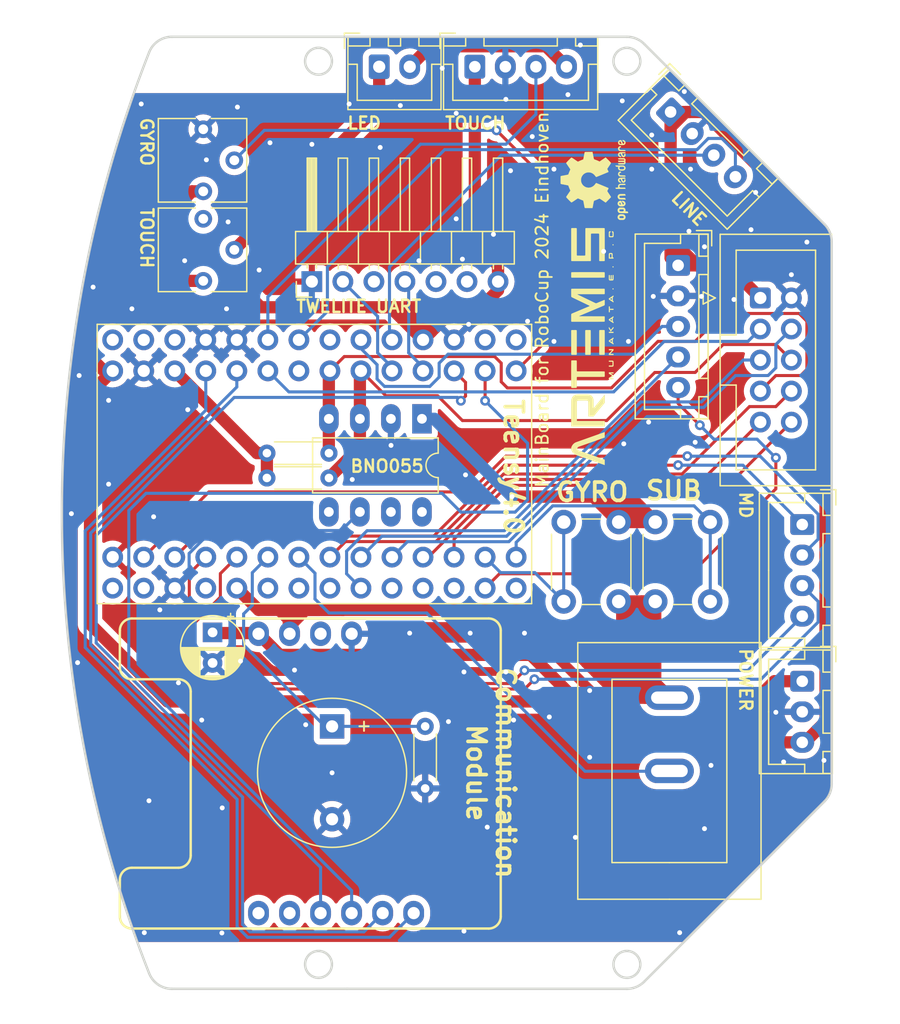
<source format=kicad_pcb>
(kicad_pcb (version 20221018) (generator pcbnew)
  (layers (0 "F.Cu" signal) (31 "B.Cu" signal) (34 "B.Paste" user) (35 "F.Paste" user) (36 "B.SilkS" user "B.Silkscreen") (37 "F.SilkS" user "F.Silkscreen") (38 "B.Mask" user) (39 "F.Mask" user) (44 "Edge.Cuts" user))
  (net 0 "")
  (net 1 "Net-(BZ1--)")
  (net 2 "GND")
  (net 3 "+12V")
  (net 4 "/TWE_TX")
  (net 6 "/TWE_RX")
  (net 9 "+3.3V")
  (net 10 "+5V")
  (net 11 "/CAM_RX")
  (net 12 "/IR_TX")
  (net 13 "/IR_RX")
  (net 14 "/SDA")
  (net 15 "/SCL")
  (net 16 "/RUN")
  (net 17 "/LEFT")
  (net 18 "/RIGHT")
  (net 19 "/TOUCH")
  (net 20 "/K")
  (net 21 "Net-(J4-Pin_1)")
  (net 23 "/LINE_TX")
  (net 24 "/LINE_RX")
  (net 25 "/SUB_RX")
  (net 26 "/SUB_TX")
  (net 27 "/SUB_1")
  (net 28 "/MD_TX")
  (net 29 "/MD_RX")
  (net 30 "/FET1")
  (net 31 "/FET2")
  (net 32 "/GY_TRIM")
  (net 33 "/GY_RES")
  (net 34 "/SUB")
  (net 35 "/Start")
  (net 42 "/Comm_TX")
  (net 43 "/Comm_RX")
  (net 45 "/01")
  (net 46 "/02")
  (footprint "_Others:DS-850k" (layer "F.Cu") (at 164.0078 108.8136 -90)
    (fp_text reference "SW3" hide)
    (fp_text value "SW_Push")
  )
  (footprint "Connector_PinHeader_2.54mm:PinHeader_1x07_P2.54mm_Horizontal" (layer "F.Cu") (at 134.742 68.764 90)
    (fp_text reference "J1" hide)
    (fp_text value "Conn_01x07_Socket")
  )
  (footprint "Connector_JST:JST_XH_B4B-XH-A_1x04_P2.50mm_Vertical" (layer "F.Cu") (at 164.104466 54.884466 -45)
    (fp_text reference "J5" hide)
    (fp_text value "Conn_01x04_Socket")
  )
  (footprint "Connector_JST:JST_XH_B2B-XH-A_1x02_P2.50mm_Vertical" (layer "F.Cu") (at 140.255 51.181)
    (fp_text reference "J4" hide)
    (fp_text value "Conn_01x02_Socket")
  )
  (footprint "Connector_JST:JST_XH_B5B-XH-A_1x05_P2.50mm_Vertical" (layer "F.Cu") (at 164.719 67.437 -90)
    (fp_text reference "J6" hide)
    (fp_text value "Conn_01x06_Socket")
  )
  (footprint "Button_Switch_THT:SW_PUSH_6mm_H5mm" (layer "F.Cu") (at 167.35 88.444 -90)
    (fp_text reference "SW2" hide)
    (fp_text value "SW_Push")
  )
  (footprint "Potentiometer_THT:Potentiometer_Vishay_T73YP_Vertical" (layer "F.Cu") (at 125.857 61.379)
    (fp_text reference "RV1" hide)
    (fp_text value "R_Potentiometer_Trim_US")
  )
  (footprint "Connector_JST:JST_XH_B4B-XH-A_1x04_P2.50mm_Vertical" (layer "F.Cu") (at 148.082 51.181)
    (fp_text reference "J3" hide)
    (fp_text value "Conn_01x04_Socket")
  )
  (footprint "Potentiometer_THT:Potentiometer_Vishay_T73YP_Vertical" (layer "F.Cu") (at 125.857 68.707)
    (fp_text reference "R3" hide)
    (fp_text value "R_Trim")
  )
  (footprint "Resistor_THT:R_Axial_DIN0204_L3.6mm_D1.6mm_P5.08mm_Horizontal" (layer "F.Cu") (at 136.144 84.836 180)
    (fp_text reference "R1" hide)
    (fp_text value "R")
  )
  (footprint "Connector_JST:JST_XH_B4B-XH-A_1x04_P2.50mm_Vertical" (layer "F.Cu") (at 174.879 88.646 -90)
    (fp_text reference "J7" hide)
    (fp_text value "Conn_01x04_Socket")
  )
  (footprint "Capacitor_THT:CP_Radial_D5.0mm_P2.50mm" (layer "F.Cu") (at 126.619 97.473888 -90)
    (fp_text reference "C1" hide)
    (fp_text value "C")
  )
  (footprint "Resistor_THT:R_Axial_DIN0204_L3.6mm_D1.6mm_P5.08mm_Horizontal" (layer "F.Cu") (at 136.144 82.804 180)
    (fp_text reference "R2" hide)
    (fp_text value "R")
  )
  (footprint "Buzzer_Beeper:Buzzer_12x9.5RM7.6" (layer "F.Cu") (at 136.398 105.166 -90)
    (fp_text reference "BZ1" hide)
    (fp_text value "Buzzer")
  )
  (footprint "Comm_module:comm_module" (layer "F.Cu") (at 148.1582 110.2868 -90)
    (fp_text reference "U2" hide)
    (fp_text value "~")
  )
  (footprint "Connector_JST:JST_XH_B3B-XH-A_1x03_P2.50mm_Vertical" (layer "F.Cu") (at 174.879 101.473 -90)
    (fp_text reference "J8" hide)
    (fp_text value "Conn_01x03_Socket")
  )
  (footprint "Resistor_THT:R_Axial_DIN0204_L3.6mm_D1.6mm_P5.08mm_Horizontal" (layer "F.Cu") (at 144.018 105.166 -90)
    (fp_text reference "R4" hide)
    (fp_text value "R")
  )
  (footprint "Symbol:OSHW-Logo2_7.3x6mm_SilkScreen" (layer "F.Cu") (at 157.861 60.452 90)
    (fp_text reference "REF**" hide)
    (fp_text value "OSHW-Logo2_7.3x6mm_SilkScreen" hide)
  )
  (footprint "Button_Switch_THT:SW_PUSH_6mm_H5mm" (layer "F.Cu") (at 155.357 94.944 90)
    (fp_text reference "SW1" hide)
    (fp_text value "SW_Push")
  )
  (footprint "Teensy_Breakout:Teensy_Brakeout" (layer "F.Cu") (at 134.493 83.693 90)
    (fp_text reference "U3" hide)
    (fp_text value "Teensy4.0" hide)
  )
  (footprint "Package_DIP:DIP-8_W7.62mm_LongPads" (layer "F.Cu") (at 143.754 79.995 -90)
    (fp_text reference "U1" hide)
    (fp_text value "BNO055")
  )
  (footprint "Artemis_Logo:Artemis_Logo" (layer "F.Cu") (at 157.226 75.438 90)
    (fp_text reference "G***" hide)
    (fp_text value "LOGO" hide)
  )
  (footprint "Connector_IDC:IDC-Header_2x05_P2.54mm_Vertical" (layer "F.Cu") (at 171.45 70.104)
    (fp_text reference "J2" hide)
    (fp_text value "Conn_01x10_Socket")
  )
  (gr_circle (center 160.528002 124.644241) (end 161.628002 124.644241) (stroke (width 0.2)) (fill none) (layer "Edge.Cuts"))
  (gr_circle (center 135.288485 50.730051) (end 136.388485 50.730051) (stroke (width 0.2)) (fill none) (layer "Edge.Cuts"))
  (gr_line (start 137.628506 126.644241) (end 160.528002 126.644241) (stroke (width 0.2)) (layer "Edge.Cuts"))
  (gr_arc (start 121.427186 49.998227) (mid 122.162352 49.077228) (end 123.288485 48.730051) (stroke (width 0.2)) (layer "Edge.Cuts"))
  (gr_arc (start 160.528 48.730051) (mid 161.293367 48.882292) (end 161.942213 49.315837) (stroke (width 0.2)) (layer "Edge.Cuts"))
  (gr_line (start 166.649376 121.351294) (end 176.6983 111.302371) (stroke (width 0.2)) (layer "Edge.Cuts"))
  (gr_circle (center 135.288485 124.644243) (end 136.388485 124.644243) (stroke (width 0.2)) (fill none) (layer "Edge.Cuts"))
  (gr_line (start 123.288485 126.644243) (end 137.628506 126.644241) (stroke (width 0.2)) (layer "Edge.Cuts"))
  (gr_line (start 177.284086 109.888157) (end 177.284086 65.486137) (stroke (width 0.2)) (layer "Edge.Cuts"))
  (gr_arc (start 177.284086 109.888157) (mid 177.131845 110.653524) (end 176.6983 111.302371) (stroke (width 0.2)) (layer "Edge.Cuts"))
  (gr_line (start 161.942215 126.058455) (end 166.649376 121.351294) (stroke (width 0.2)) (layer "Edge.Cuts"))
  (gr_line (start 137.628506 48.730053) (end 123.288485 48.730051) (stroke (width 0.2)) (layer "Edge.Cuts"))
  (gr_line (start 160.528 48.730051) (end 137.628506 48.730053) (stroke (width 0.2)) (layer "Edge.Cuts"))
  (gr_arc (start 161.942215 126.058455) (mid 161.293369 126.492) (end 160.528002 126.644241) (stroke (width 0.2)) (layer "Edge.Cuts"))
  (gr_arc (start 121.427186 125.376067) (mid 114.284086 87.687147) (end 121.427186 49.998227) (stroke (width 0.2)) (layer "Edge.Cuts"))
  (gr_arc (start 176.6983 64.071923) (mid 177.131845 64.72077) (end 177.284086 65.486137) (stroke (width 0.2)) (layer "Edge.Cuts"))
  (gr_arc (start 123.288485 126.644243) (mid 122.162352 126.297066) (end 121.427186 125.376067) (stroke (width 0.2)) (layer "Edge.Cuts"))
  (gr_line (start 176.6983 64.071923) (end 161.942213 49.315837) (stroke (width 0.2)) (layer "Edge.Cuts"))
  (gr_circle (center 160.528 50.730051) (end 161.628 50.730051) (stroke (width 0.2)) (fill none) (layer "Edge.Cuts"))
  (gr_text "LINE" (at 163.957 61.976 -45) (layer "F.SilkS") (effects (font (size 1 1) (thickness 0.2) bold) (justify left bottom)))
  (gr_text "TOUCH" (at 120.65 62.611 -90) (layer "F.SilkS") (effects (font (size 1 1) (thickness 0.2) bold) (justify left bottom)))
  (gr_text "POWER" (at 169.672 98.679 -90) (layer "F.SilkS") (effects (font (size 1 1) (thickness 0.2) bold) (justify left bottom)))
  (gr_text "GYRO" (at 120.65 55.245 -90) (layer "F.SilkS") (effects (font (size 1 1) (thickness 0.2) bold) (justify left bottom)))
  (gr_text "BNO055" (at 137.795 84.455) (layer "F.SilkS") (effects (font (size 1 1) (thickness 0.2) bold) (justify left bottom)))
  (gr_text "Teensy4.0" (at 150.368 78.232 270) (layer "F.SilkS") (effects (font (size 1.5 1.5) (thickness 0.3) bold) (justify left bottom)))
  (gr_text "TOUCH\n" (at 145.542 56.388) (layer "F.SilkS") (effects (font (size 1 1) (thickness 0.2) bold) (justify left bottom)))
  (gr_text "LED" (at 137.541 56.388) (layer "F.SilkS") (effects (font (size 1 1) (thickness 0.2) bold) (justify left bottom)))
  (gr_text "MD" (at 169.672 85.852 -90) (layer "F.SilkS") (effects (font (size 1 1) (thickness 0.2) bold) (justify left bottom)))
  (gr_text "GYRO" (at 154.559 86.868) (layer "F.SilkS") (effects (font (size 1.5 1.5) (thickness 0.3) bold) (justify left bottom)))
  (gr_text "Communication\nModule" (at 147.32 108.966 270) (layer "F.SilkS") (effects (font (size 1.5 1.5) (thickness 0.3) bold) (justify bottom)))
  (gr_text "TWELITE UART" (at 133.35 71.374) (layer "F.SilkS") (effects (font (size 1 1) (thickness 0.2) bold) (justify left bottom)))
  (gr_text "SUB" (at 161.925 86.741) (layer "F.SilkS") (effects (font (size 1.5 1.5) (thickness 0.3) bold) (justify left bottom)))
  (gr_text "MainBoard for RoboCup 2024 Eindhoven" (at 154.178 85.725 90) (layer "F.SilkS") (effects (font (size 1 1)) (justify left bottom)))
  (segment (start 129.159 95.9612) (end 129.8702 95.25) (width 0.25) (layer "B.Cu") (net 1))
  (segment (start 144.018 105.166) (end 136.398 105.166) (width 0.25) (layer "B.Cu") (net 1))
  (segment (start 136.398 105.166) (end 135.8238 105.166) (width 0.25) (layer "B.Cu") (net 1))
  (segment (start 129.8702 92.5858) (end 131.143 91.313) (width 0.25) (layer "B.Cu") (net 1))
  (segment (start 129.8702 95.25) (end 129.8702 92.5858) (width 0.25) (layer "B.Cu") (net 1))
  (segment (start 135.8238 105.166) (end 129.159 98.5012) (width 0.25) (layer "B.Cu") (net 1))
  (segment (start 129.159 98.5012) (end 129.159 95.9612) (width 0.25) (layer "B.Cu") (net 1))
  (via (at 141.986 54.356) (size 0.8) (drill 0.4) (layers "F.Cu" "B.Cu") (net 2))
  (via (at 162.306 80.264) (size 0.8) (drill 0.4) (layers "F.Cu" "B.Cu") (net 2))
  (via (at 156.718 49.403) (size 0.8) (drill 0.4) (layers "F.Cu" "B.Cu") (net 2))
  (via (at 147.066 66.929) (size 0.8) (drill 0.4) (layers "F.Cu" "B.Cu") (net 2))
  (via (at 164.846 122.047) (size 0.8) (drill 0.4) (layers "F.Cu" "B.Cu") (net 2))
  (via (at 150.622 53.848) (size 0.8) (drill 0.4) (layers "F.Cu" "B.Cu") (net 2))
  (via (at 165.227 53.213) (size 0.8) (drill 0.4) (layers "F.Cu" "B.Cu") (net 2))
  (via (at 154.559 59.563) (size 0.8) (drill 0.4) (layers "F.Cu" "B.Cu") (net 2))
  (via (at 143.51 67.056) (size 0.8) (drill 0.4) (layers "F.Cu" "B.Cu") (net 2))
  (via (at 128.905 99.822) (size 0.8) (drill 0.4) (layers "F.Cu" "B.Cu") (net 2))
  (via (at 169.291 70.231) (size 0.8) (drill 0.4) (layers "F.Cu" "B.Cu") (net 2))
  (via (at 124.333 67.056) (size 0.8) (drill 0.4) (layers "F.Cu" "B.Cu") (net 2))
  (via (at 151.003 59.69) (size 0.8) (drill 0.4) (layers "F.Cu" "B.Cu") (net 2))
  (via (at 167.4114 108.3564) (size 0.8) (drill 0.4) (layers "F.Cu" "B.Cu") (net 2))
  (via (at 128.651 54.483) (size 0.8) (drill 0.4) (layers "F.Cu" "B.Cu") (net 2))
  (via (at 127.889 63.881) (size 0.8) (drill 0.4) (layers "F.Cu" "B.Cu") (net 2))
  (via (at 118.11 78.486) (size 0.8) (drill 0.4) (layers "F.Cu" "B.Cu") (net 2))
  (via (at 166.624 69.977) (size 0.8) (drill 0.4) (layers "F.Cu" "B.Cu") (net 2))
  (via (at 146.558 54.991) (size 0.8) (drill 0.4) (layers "F.Cu" "B.Cu") (net 2))
  (via (at 154.178 104.394) (size 0.8) (drill 0.4) (layers "F.Cu" "B.Cu") (net 2))
  (via (at 133.3246 100.5586) (size 0.8) (drill 0.4) (layers "F.Cu" "B.Cu") (net 2))
  (via (at 160.274 82.042) (size 0.8) (drill 0.4) (layers "F.Cu" "B.Cu") (net 2))
  (via (at 130.429 67.818) (size 0.8) (drill 0.4) (layers "F.Cu" "B.Cu") (net 2))
  (via (at 121.412 111.252) (size 0.8) (drill 0.4) (layers "F.Cu" "B.Cu") (net 2))
  (via (at 172.72 104.013) (size 0.8) (drill 0.4) (layers "F.Cu" "B.Cu") (net 2))
  (via (at 115.697 76.454) (size 0.8) (drill 0.4) (layers "F.Cu" "B.Cu") (net 2))
  (via (at 118.11 85.344) (size 0.8) (drill 0.4) (layers "F.Cu" "B.Cu") (net 2))
  (via (at 142.748 97.536) (size 0.8) (drill 0.4) (layers "F.Cu" "B.Cu") (net 2))
  (via (at 147.701 97.536) (size 0.8) (drill 0.4) (layers "F.Cu" "B.Cu") (net 2))
  (via (at 121.793 88.011) (size 0.8) (drill 0.4) (layers "F.Cu" "B.Cu") (net 2))
  (via (at 145.923 104.775) (size 0.8) (drill 0.4) (layers "F.Cu" "B.Cu") (net 2))
  (via (at 137.795 54.229) (size 0.8) (drill 0.4) (layers "F.Cu" "B.Cu") (net 2))
  (via (at 154.559 73.66) (size 0.8) (drill 0.4) (layers "F.Cu" "B.Cu") (net 2))
  (via (at 140.335 57.785) (size 0.8) (drill 0.4) (layers "F.Cu" "B.Cu") (net 2))
  (via (at 145.415 51.308) (size 0.8) (drill 0.4) (layers "F.Cu" "B.Cu") (net 2))
  (via (at 127.4064 111.8362) (size 0.8) (drill 0.4) (layers "F.Cu" "B.Cu") (net 2))
  (via (at 162.687 69.977) (size 0.8) (drill 0.4) (layers "F.Cu" "B.Cu") (net 2))
  (via (at 125.73 104.648) (size 0.8) (drill 0.4) (layers "F.Cu" "B.Cu") (net 2))
  (via (at 170.688 64.516) (size 0.8) (drill 0.4) (layers "F.Cu" "B.Cu") (net 2))
  (via (at 127.381 122.0724) (size 0.8) (drill 0.4) (layers "F.Cu" "B.Cu") (net 2))
  (via (at 123.825 101.6) (size 0.8) (drill 0.4) (layers "F.Cu" "B.Cu") (net 2))
  (via (at 131.318 57.404) (size 0.8) (drill 0.4) (layers "F.Cu" "B.Cu") (net 2))
  (via (at 127.762 70.993) (size 0.8) (drill 0.4) (layers "F.Cu" "B.Cu") (net 2))
  (via (at 147.32 84.582) (size 0.8) (drill 0.4) (layers "F.Cu" "B.Cu") (net 2))
  (via (at 173.355 108.077) (size 0.8) (drill 0.4) (layers "F.Cu" "B.Cu") (net 2))
  (via (at 171.069 61.468) (size 0.8) (drill 0.4) (layers "F.Cu" "B.Cu") (net 2))
  (via (at 121.031 122.047) (size 0.8) (drill 0.4) (layers "F.Cu" "B.Cu") (net 2))
  (via (at 152.781 56.896) (size 0.8) (drill 0.4) (layers "F.Cu" "B.Cu") (net 2))
  (via (at 149.606 64.897) (size 0.8) (drill 0.4) (layers "F.Cu" "B.Cu") (net 2))
  (via (at 146.558 63.627) (size 0.8) (drill 0.4) (layers "F.Cu" "B.Cu") (net 2))
  (via (at 136.398 108.966) (size 0.8) (drill 0.4) (layers "F.Cu" "B.Cu") (net 2))
  (via (at 120.015 70.993) (size 0.8) (drill 0.4) (layers "F.Cu" "B.Cu") (net 2))
  (via (at 124.587 79.248) (size 0.8) (drill 0.4) (layers "F.Cu" "B.Cu") (net 2))
  (via (at 160.655 73.66) (size 0.8) (drill 0.4) (layers "F.Cu" "B.Cu") (net 2))
  (via (at 156.3116 114.2492) (size 0.8) (drill 0.4) (layers "F.Cu" "B.Cu") (net 2))
  (via (at 147.193 121.92) (size 0.8) (drill 0.4) (layers "F.Cu" "B.Cu") (net 2))
  (via (at 151.257 104.648) (size 0.8) (drill 0.4) (layers "F.Cu" "B.Cu") (net 2))
  (via (at 115.062 87.757) (size 0.8) (drill 0.4) (layers "F.Cu" "B.Cu") (net 2))
  (via (at 134.239 105.029) (size 0.8) (drill 0.4) (layers "F.Cu" "B.Cu") (net 2))
  (via (at 126.111 58.801) (size 0.8) (drill 0.4) (layers "F.Cu" "B.Cu") (net 2))
  (via (at 149.098 113.411) (size 0.8) (drill 0.4) (layers "F.Cu" "B.Cu") (net 2))
  (via (at 115.57 99.949) (size 0.8) (drill 0.4) (layers "F.Cu" "B.Cu") (net 2))
  (via (at 160.147 53.975) (size 0.8) (drill 0.4) (layers "F.Cu" "B.Cu") (net 2))
  (via (at 175.26 65.532) (size 0.8) (drill 0.4) (layers "F.Cu" "B.Cu") (net 2))
  (via (at 162.56 59.563) (size 0.8) (drill 0.4) (layers "F.Cu" "B.Cu") (net 2))
  (via (at 162.56 56.769) (size 0.8) (drill 0.4) (layers "F.Cu" "B.Cu") (net 2))
  (via (at 166.878 65.913) (size 0.8) (drill 0.4) (layers "F.Cu" "B.Cu") (net 2))
  (via (at 165.735 59.563) (size 0.8) (drill 0.4) (layers "F.Cu" "B.Cu") (net 2))
  (via (at 152.146 97.536) (size 0.8) (drill 0.4) (layers "F.Cu" "B.Cu") (net 2))
  (via (at 166.878 113.538) (size 0.8) (drill 0.4) (layers "F.Cu" "B.Cu") (net 2))
  (via (at 147.574 72.263) (size 0.8) (drill 0.4) (layers "F.Cu" "B.Cu") (net 2))
  (via (at 116.84 69.215) (size 0.8) (drill 0.4) (layers "F.Cu" "B.Cu") (net 2))
  (via (at 147.193 100.711) (size 0.8) (drill 0.4) (layers "F.Cu" "B.Cu") (net 2))
  (via (at 173.99 68.199) (size 0.8) (drill 0.4) (layers "F.Cu" "B.Cu") (net 2))
  (via (at 150.622 100.711) (size 0.8) (drill 0.4) (layers "F.Cu" "B.Cu") (net 2))
  (via (at 141.224 82.169) (size 0.8) (drill 0.4) (layers "F.Cu" "B.Cu") (net 2))
  (via (at 157.48 102.235) (size 0.8) (drill 0.4) (layers "F.Cu" "B.Cu") (net 2))
  (via (at 120.777 54.229) (size 0.8) (drill 0.4) (layers "F.Cu" "B.Cu") (net 2))
  (via (at 152.4 72.009) (size 0.8) (drill 0.4) (layers "F.Cu" "B.Cu") (net 2))
  (via (at 165.608 64.643) (size 0.8) (drill 0.4) (layers "F.Cu" "B.Cu") (net 2))
  (via (at 155.702 53.467) (size 0.8) (drill 0.4) (layers "F.Cu" "B.Cu") (net 2))
  (via (at 176.657 107.95) (size 0.8) (drill 0.4) (layers "F.Cu" "B.Cu") (net 2))
  (via (at 134.747 57.531) (size 0.8) (drill 0.4) (layers "F.Cu" "B.Cu") (net 2))
  (via (at 122.301 95.631) (size 0.8) (drill 0.4) (layers "F.Cu" "B.Cu") (net 2))
  (via (at 138.049 84.963) (size 0.8) (drill 0.4) (layers "F.Cu" "B.Cu") (net 2))
  (via (at 157.48 107.696) (size 0.8) (drill 0.4) (layers "F.Cu" "B.Cu") (net 2))
  (via (at 158.623 66.294) (size 0.8) (drill 0.4) (layers "F.Cu" "B.Cu") (net 2))
  (via (at 166.116 81.915) (size 0.8) (drill 0.4) (layers "F.Cu" "B.Cu") (net 2))
  (segment (start 124.698 92.678) (end 123.523 93.853) (width 0.25) (layer "B.Cu") (net 2))
  (segment (start 138.674 87.615) (end 137.149 89.14) (width 0.25) (layer "B.Cu") (net 2))
  (segment (start 126.574299 89.14) (end 124.698 91.016299) (width 0.25) (layer "B.Cu") (net 2))
  (segment (start 124.698 91.016299) (end 124.698 92.678) (width 0.25) (layer "B.Cu") (net 2))
  (segment (start 137.149 89.14) (end 126.574299 89.14) (width 0.25) (layer "B.Cu") (net 2))
  (segment (start 130.3782 97.5868) (end 130.3204 97.529) (width 1) (layer "F.Cu") (net 3))
  (segment (start 126.674112 97.529) (end 126.619 97.473888) (width 1) (layer "F.Cu") (net 3))
  (segment (start 168.793 105.273) (end 158.613 105.273) (width 1) (layer "F.Cu") (net 3))
  (segment (start 130.3204 97.529) (end 126.674112 97.529) (width 1) (layer "F.Cu") (net 3))
  (segment (start 158.613 105.273) (end 152.654 99.314) (width 1) (layer "F.Cu") (net 3))
  (segment (start 132.1054 99.314) (end 130.3782 97.5868) (width 1) (layer "F.Cu") (net 3))
  (segment (start 152.654 99.314) (end 132.1054 99.314) (width 1) (layer "F.Cu") (net 3))
  (segment (start 172.593 101.473) (end 168.793 105.273) (width 1) (layer "F.Cu") (net 3))
  (segment (start 174.879 101.473) (end 172.593 101.473) (width 1) (layer "F.Cu") (net 3))
  (segment (start 137.282 68.764) (end 140.128 71.61) (width 0.25) (layer "B.Cu") (net 4))
  (segment (start 140.128 71.61) (end 140.128 74.596) (width 0.25) (layer "B.Cu") (net 4))
  (segment (start 140.128 74.596) (end 141.303 75.771) (width 0.25) (layer "B.Cu") (net 4))
  (segment (start 141.303 75.771) (end 141.303 76.073) (width 0.25) (layer "B.Cu") (net 4))
  (segment (start 142.362 68.764) (end 142.668 69.07) (width 0.25) (layer "B.Cu") (net 6))
  (segment (start 142.668 74.596) (end 143.843 75.771) (width 0.25) (layer "B.Cu") (net 6))
  (segment (start 142.668 69.07) (end 142.668 74.596) (width 0.25) (layer "B.Cu") (net 6))
  (segment (start 143.843 75.771) (end 143.843 76.073) (width 0.25) (layer "B.Cu") (net 6))
  (segment (start 142.621 71.12) (end 142.621 70.866) (width 1) (layer "F.Cu") (net 9))
  (segment (start 149.982 67.432) (end 149.982 68.764) (width 1) (layer "F.Cu") (net 9))
  (segment (start 143.843 73.533) (end 141.176 70.866) (width 1) (layer "F.Cu") (net 9))
  (segment (start 143.383 70.866) (end 144.526 70.866) (width 1) (layer "F.Cu") (net 9))
  (segment (start 162.85 94.944) (end 162.052 95.742) (width 1) (layer "F.Cu") (net 9))
  (segment (start 159.385 100.965) (end 160.147 100.965) (width 1) (layer "F.Cu") (net 9))
  (segment (start 149.982 68.764) (end 149.982 69.474) (width 1) (layer "F.Cu") (net 9))
  (segment (start 160.147 97.647) (end 160.147 96.504) (width 1) (layer "F.Cu") (net 9))
  (segment (start 157.2415 99.9335) (end 158.0035 100.6955) (width 1) (layer "F.Cu") (net 9))
  (segment (start 160.147 98.9528) (end 160.147 98.933) (width 1) (layer "F.Cu") (net 9))
  (segment (start 162.85 88.444) (end 160.766 86.36) (width 1) (layer "F.Cu") (net 9))
  (segment (start 158.0035 100.6955) (end 160.1216 102.8136) (width 1) (layer "F.Cu") (net 9))
  (segment (start 162.85 88.444) (end 161.29 88.444) (width 1) (layer "F.Cu") (net 9))
  (segment (start 162.85 94.944) (end 160.147 97.647) (width 1) (layer "F.Cu") (net 9))
  (segment (start 162.85 94.944) (end 162.85 101.6558) (width 1) (layer "F.Cu") (net 9))
  (segment (start 135.255 95.631) (end 137.287 95.631) (width 1) (layer "F.Cu") (net 9))
  (segment (start 160.1216 102.8136) (end 164.0078 102.8136) (width 1) (layer "F.Cu") (net 9))
  (segment (start 160.147 96.504) (end 161.707 94.944) (width 1) (layer "F.Cu") (net 9))
  (segment (start 147.193 70.866) (end 146.51 70.866) (width 1) (layer "F.Cu") (net 9))
  (segment (start 144.526 71.628) (end 145.288 70.866) (width 1) (layer "F.Cu") (net 9))
  (segment (start 133.1468 96.6978) (end 134.2136 95.631) (width 1) (layer "F.Cu") (net 9))
  (segment (start 160.746 87.884) (end 159.857 86.995) (width 1) (layer "F.Cu") (net 9))
  (segment (start 147.701 70.866) (end 147.193 70.866) (width 1) (layer "F.Cu") (net 9))
  (segment (start 132.08 95.631) (end 134.366 95.631) (width 1) (layer "F.Cu") (net 9))
  (segment (start 133.1468 96.6978) (end 133.1468 97.3582) (width 1) (layer "F.Cu") (net 9))
  (segment (start 160.147 100.965) (end 160.147 100.33) (width 1) (layer "F.Cu") (net 9))
  (segment (start 162.85 94.944) (end 159.857 94.944) (width 1) (layer "F.Cu") (net 9))
  (segment (start 132.8547 96.4057) (end 133.6294 95.631) (width 1) (layer "F.Cu") (net 9))
  (segment (start 148.082 65.532) (end 149.982 67.432) (width 1) (layer "F.Cu") (net 9))
  (segment (start 160.9725 99.2505) (end 161.084 99.362) (width 1) (layer "F.Cu") (net 9))
  (segment (start 132.08 95.631) (end 133.1468 96.6978) (width 1) (layer "F.Cu") (net 9))
  (segment (start 142.621 70.866) (end 143.383 70.866) (width 1) (layer "F.Cu") (net 9))
  (segment (start 159.131 86.36) (end 158.907006 86.36) (width 1) (layer "F.Cu") (net 9))
  (segment (start 161.6174 101.3686) (end 161.084 101.902) (width 1) (layer "F.Cu") (net 9))
  (segment (start 159.857 86.481006) (end 159.735994 86.36) (width 1) (layer "F.Cu") (net 9))
  (segment (start 162.052 98.171) (end 162.052 100.934) (width 1) (layer "F.Cu") (net 9))
  (segment (start 161.401 86.995) (end 159.857 86.995) (width 1) (layer "F.Cu") (net 9))
  (segment (start 161.2336 102.8136) (end 159.385 100.965) (width 1) (layer "F.Cu") (net 9))
  (segment (start 159.857 88.444) (end 159.857 86.995) (width 1) (layer "F.Cu") (net 9))
  (segment (start 160.766 86.36) (end 151.13 86.36) (width 1) (layer "F.Cu") (net 9))
  (segment (start 160.147 98.679) (end 160.147 95.234) (width 1) (layer "F.Cu") (net 9))
  (segment (start 145.034 70.866) (end 147.701 70.866) (width 1) (layer "F.Cu") (net 9))
  (segment (start 152.939 95.631) (end 157.2415 99.9335) (width 1) (layer "F.Cu") (net 9))
  (segment (start 123.825 62.484) (end 123.825 64.135) (width 1) (layer "F.Cu") (net 9))
  (segment (start 134.2136 95.631) (end 135.255 95.631) (width 1) (layer "F.Cu") (net 9))
  (segment (start 164.0078 102.8136) (end 161.2336 102.8136) (width 1) (layer "F.Cu") (net 9))
  (segment (start 130.254 82.804) (end 131.064 82.804) (width 1) (layer "F.Cu") (net 9))
  (segment (start 164.0078 102.8136) (end 160.147 98.9528) (width 1) (layer "F.Cu") (net 9))
  (segment (start 132.9182 97.5868) (end 132.9182 96.9264) (width 1) (layer "F.Cu") (net 9))
  (segment (start 161.29 88.444) (end 159.857 88.444) (width 1) (layer "F.Cu") (net 9))
  (segment (start 133.1468 97.3582) (end 132.9182 97.5868) (width 1) (layer "F.Cu") (net 9))
  (segment (start 131.064 84.836) (end 131.064 82.804) (width 1) (layer "F.Cu") (net 9))
  (segment (start 158.273 100.965) (end 159.385 100.965) (width 1) (layer "F.Cu") (net 9))
  (segment (start 160.147 100.33) (end 160.147 98.679) (width 1) (layer "F.Cu") (net 9))
  (segment (start 159.857 87.086) (end 159.131 86.36) (width 1) (layer "F.Cu") (net 9))
  (segment (start 160.9725 99.7783) (end 160.9725 99.2505) (width 1) (layer "F.Cu") (net 9))
  (segment (start 163.0624 102.8136) (end 161.6174 101.3686) (width 1) (layer "F.Cu") (net 9))
  (segment (start 162.85 88.444) (end 161.401 86.995) (width 1) (layer "F.Cu") (net 9))
  (segment (start 151.13 86.36) (end 157.773 86.36) (width 1) (layer "F.Cu") (net 9))
  (segment (start 134.366 95.631) (end 135.255 95.631) (width 1) (layer "F.Cu") (net 9))
  (segment (start 160.887006 86.481006) (end 159.857 86.481006) (width 1) (layer "F.Cu") (net 9))
  (segment (start 143.843 73.533) (end 143.843 72.342) (width 1) (layer "F.Cu") (net 9))
  (segment (start 134.2136 95.631) (end 137.287 95.631) (width 1) (layer "F.Cu") (net 9))
  (segment (start 157.2415 99.9335) (end 157.638 100.33) (width 1) (layer "F.Cu") (net 9))
  (segment (start 157.773 86.36) (end 159.857 88.444) (width 1) (layer "F.Cu") (net 9))
  (segment (start 162.85 94.944) (end 162.85 94.651) (width 1) (layer "F.Cu") (net 9))
  (segment (start 162.85 94.944) (end 162.85 100.136) (width 1) (layer "F.Cu") (net 9))
  (segment (start 124.93 61.379) (end 123.825 62.484) (width 1) (layer "F.Cu") (net 9))
  (segment (start 143.843 73.533) (end 143.843 71.549) (width 1) (layer "F.Cu") (net 9))
  (segment (start 144.526 70.866) (end 145.034 70.866) (width 1) (layer "F.Cu") (net 9))
  (segment (start 137.287 95.631) (end 152.939 95.631) (width 1) (layer "F.Cu") (net 9))
  (segment (start 164.0078 102.8136) (end 163.0624 102.8136) (width 1) (layer "F.Cu") (net 9))
  (segment (start 143.843 73.533) (end 143.843 71.326) (width 1) (layer "F.Cu") (net 9))
  (segment (start 159.857 88.444) (end 159.857 87.086) (width 1) (layer "F.Cu") (net 9))
  (segment (start 141.176 70.866) (end 140.335 70.866) (width 1) (layer "F.Cu") (net 9))
  (segment (start 146.51 70.866) (end 143.843 73.533) (width 1) (layer "F.Cu") (net 9))
  (segment (start 148.59 70.866) (end 147.701 70.866) (width 1) (layer "F.Cu") (net 9))
  (segment (start 162.85 94.944) (end 161.707 94.944) (width 1) (layer "F.Cu") (net 9))
  (segment (start 162.29 87.884) (end 160.746 87.884) (width 1) (layer "F.Cu") (net 9))
  (segment (start 162.052 100.934) (end 161.6174 101.3686) (width 1) (layer "F.Cu") (net 9))
  (segment (start 123.825 64.135) (end 130.556 70.866) (width 1) (layer "F.Cu") (net 9))
  (segment (start 133.6294 95.631) (end 134.366 95.631) (width 1) (layer "F.Cu") (net 9))
  (segment (start 158.907006 86.36) (end 157.773 86.36) (width 1) (layer "F.Cu") (net 9))
  (segment (start 149.982 69.474) (end 148.59 70.866) (width 1) (layer "F.Cu") (net 9))
  (segment (start 157.2415 99.9335) (end 158.8925 99.9335) (width 1) (layer "F.Cu") (net 9))
  (segment (start 161.084 101.902) (end 161.9956 102.8136) (width 1) (layer "F.Cu") (net 9))
  (segment (start 159.735994 86.36) (end 158.907006 86.36) (width 1) (layer "F.Cu") (net 9))
  (segment (start 161.084 99.362) (end 161.084 101.902) (width 1) (layer "F.Cu") (net 9))
  (segment (start 160.147 97.647) (end 160.147 98.679) (width 1) (layer "F.Cu") (net 9))
  (segment (start 132.9182 96.9264) (end 134.2136 95.631) (width 1) (layer "F.Cu") (net 9))
  (segment (start 164.0078 102.8136) (end 160.9725 99.7783) (width 1) (layer "F.Cu") (net 9))
  (segment (start 162.052 97.028) (end 162.052 98.171) (width 1) (layer "F.Cu") (net 9))
  (segment (start 159.857 86.995) (end 159.857 86.481006) (width 1) (layer "F.Cu") (net 9))
  (segment (start 157.638 100.33) (end 160.147 100.33) (width 1) (layer "F.Cu") (net 9))
  (segment (start 164.0078 102.8136) (end 162.1592 100.965) (width 1) (layer "F.Cu") (net 9))
  (segment (start 130.556 70.866) (end 140.335 70.866) (width 1) (layer "F.Cu") (net 9))
  (segment (start 125.857 61.379) (end 124.93 61.379) (width 1) (layer "F.Cu") (net 9))
  (segment (start 140.335 70.866) (end 142.621 70.866) (width 1) (layer "F.Cu") (net 9))
  (segment (start 132.8547 97.5233) (end 132.8547 96.4057) (width 1) (layer "F.Cu") (net 9))
  (segment (start 143.843 72.342) (end 142.621 71.12) (width 1) (layer "F.Cu") (net 9))
  (segment (start 158.8925 99.9335) (end 160.147 98.679) (width 1) (layer "F.Cu") (net 9))
  (segment (start 128.603 93.853) (end 130.381 95.631) (width 1) (layer "F.Cu") (net 9))
  (segment (start 148.082 51.181) (end 148.082 65.532) (width 1) (layer "F.Cu") (net 9))
  (segment (start 130.381 95.631) (end 132.08 95.631) (width 1) (layer "F.Cu") (net 9))
  (segment (start 143.843 73.533) (end 144.526 72.85) (width 1) (layer "F.Cu") (net 9))
  (segment (start 162.1592 100.965) (end 160.147 100.965) (width 1) (layer "F.Cu") (net 9))
  (segment (start 162.85 100.136) (end 161.084 101.902) (width 1) (layer "F.Cu") (net 9))
  (segment (start 162.052 95.742) (end 162.052 97.028) (width 1) (layer "F.Cu") (net 9))
  (segment (start 162.85 88.444) (end 162.29 87.884) (width 1) (layer "F.Cu") (net 9))
  (segment (start 162.85 101.6558) (end 164.0078 102.8136) (width 1) (layer "F.Cu") (net 9))
  (segment (start 160.147 95.234) (end 159.857 94.944) (width 1) (layer "F.Cu") (net 9))
  (segment (start 132.9182 97.5868) (end 132.8547 97.5233) (width 1) (layer "F.Cu") (net 9))
  (segment (start 144.526 72.85) (end 144.526 71.628) (width 1) (layer "F.Cu") (net 9))
  (segment (start 143.843 71.326) (end 143.383 70.866) (width 1) (layer "F.Cu") (net 9))
  (segment (start 160.9725 99.2505) (end 162.052 98.171) (width 1) (layer "F.Cu") (net 9))
  (segment (start 161.9956 102.8136) (end 164.0078 102.8136) (width 1) (layer "F.Cu") (net 9))
  (segment (start 162.85 88.444) (end 160.887006 86.481006) (width 1) (layer "F.Cu") (net 9))
  (segment (start 123.523 76.073) (end 130.254 82.804) (width 1) (layer "F.Cu") (net 9))
  (segment (start 143.843 71.549) (end 144.526 70.866) (width 1) (layer "F.Cu") (net 9))
  (segment (start 158.0035 100.6955) (end 158.273 100.965) (width 1) (layer "F.Cu") (net 9))
  (segment (start 160.147 98.933) (end 162.052 97.028) (width 1) (layer "F.Cu") (net 9))
  (via (at 151.13 86.36) (size 0.8) (drill 0.4) (layers "F.Cu" "B.Cu") (net 9))
  (segment (start 144.765 79.995) (end 151.13 86.36) (width 1) (layer "B.Cu") (net 9))
  (segment (start 143.754 79.995) (end 144.765 79.995) (width 1) (layer "B.Cu") (net 9))
  (segment (start 164.104466 65.278) (end 164.104466 66.421) (width 1) (layer "F.Cu") (net 10))
  (segment (start 119.888 68.707) (end 116.713 71.882) (width 1) (layer "F.Cu") (net 10))
  (segment (start 154.766944 103.124) (end 122.936 103.124) (width 1) (layer "F.Cu") (net 10))
  (segment (start 168.783 67.437) (end 171.45 70.104) (width 1) (layer "F.Cu") (net 10))
  (segment (start 122.936 103.124) (end 116.586 96.774) (width 1) (layer "F.Cu") (net 10))
  (segment (start 176.406535 64.496503) (end 175.911136 64.001104) (width 1) (layer "F.Cu") (net 10))
  (segment (start 164.104466 56.261) (end 164.104466 56.113534) (width 1) (layer "F.Cu") (net 10))
  (segment (start 158.115944 106.473) (end 154.766944 103.124) (width 1) (layer "F.Cu") (net 10))
  (segment (start 116.713 75.057) (end 117.729 76.073) (width 1) (layer "F.Cu") (net 10))
  (segment (start 164.104466 54.884466) (end 164.104466 56.261) (width 1) (layer "F.Cu") (net 10))
  (segment (start 176.777535 65.392214) (end 176.751475 65.194244) (width 1) (layer "F.Cu") (net 10))
  (segment (start 164.104466 56.261) (end 164.104466 65.278) (width 1) (layer "F.Cu") (net 10))
  (segment (start 176.751475 65.194244) (end 176.700826 65.005205) (width 1) (layer "F.Cu") (net 10))
  (segment (start 116.713 71.882) (end 116.713 75.057) (width 1) (layer "F.Cu") (net 10))
  (segment (start 175.086 106.473) (end 176.784086 104.774914) (width 1) (layer "F.Cu") (net 10))
  (segment (start 166.497 67.437) (end 168.783 67.437) (width 1) (layer "F.Cu") (net 10))
  (segment (start 174.879 106.473) (end 158.115944 106.473) (width 1) (layer "F.Cu") (net 10))
  (segment (start 164.104466 66.822466) (end 164.719 67.437) (width 1) (layer "F.Cu") (net 10))
  (segment (start 164.104466 66.421) (end 164.104466 66.822466) (width 1) (layer "F.Cu") (net 10))
  (segment (start 174.879 106.473) (end 175.086 106.473) (width 1) (layer "F.Cu") (net 10))
  (segment (start 176.784086 66.421) (end 176.77997 66.416884) (width 1) (layer "F.Cu") (net 10))
  (segment (start 164.719 67.437) (end 166.497 67.437) (width 1) (layer "F.Cu") (net 10))
  (segment (start 164.104466 56.113534) (end 165.333534 54.884466) (width 1) (layer "F.Cu") (net 10))
  (segment (start 116.586 77.93) (end 118.443 76.073) (width 1) (layer "F.Cu") (net 10))
  (segment (start 166.803737 54.884466) (end 165.608 54.884466) (width 1) (layer "F.Cu") (net 10))
  (segment (start 166.497 67.437) (end 166.263466 67.437) (width 1) (layer "F.Cu") (net 10))
  (segment (start 117.729 76.073) (end 118.443 76.073) (width 1) (layer "F.Cu") (net 10))
  (segment (start 176.784086 104.774914) (end 176.784086 66.421) (width 1) (layer "F.Cu") (net 10))
  (segment (start 166.263466 67.437) (end 165.247466 66.421) (width 1) (layer "F.Cu") (net 10))
  (segment (start 165.608 54.884466) (end 164.104466 54.884466) (width 1) (layer "F.Cu") (net 10))
  (segment (start 165.247466 66.421) (end 164.104466 66.421) (width 1) (layer "F.Cu") (net 10))
  (segment (start 175.911136 64.001104) (end 175.911136 63.991865) (width 1) (layer "F.Cu") (net 10))
  (segment (start 176.625936 64.824401) (end 176.528086 64.654915) (width 1) (layer "F.Cu") (net 10))
  (segment (start 176.700826 65.005205) (end 176.625936 64.824401) (width 1) (layer "F.Cu") (net 10))
  (segment (start 175.911136 63.991865) (end 166.803737 54.884466) (width 1) (layer "F.Cu") (net 10))
  (segment (start 176.528086 64.654915) (end 176.406535 64.496503) (width 1) (layer "F.Cu") (net 10))
  (segment (start 116.586 96.774) (end 116.586 77.93) (width 1) (layer "F.Cu") (net 10))
  (segment (start 166.263466 67.437) (end 164.104466 65.278) (width 1) (layer "F.Cu") (net 10))
  (segment (start 176.77997 66.416884) (end 176.77997 65.547951) (width 1) (layer "F.Cu") (net 10))
  (segment (start 176.77997 65.547951) (end 176.777535 65.392214) (width 1) (layer "F.Cu") (net 10))
  (segment (start 125.857 68.707) (end 119.888 68.707) (width 1) (layer "F.Cu") (net 10))
  (segment (start 165.333534 54.884466) (end 165.608 54.884466) (width 1) (layer "F.Cu") (net 10))
  (segment (start 170.434 73.66) (end 171.45 72.644) (width 0.25) (layer "B.Cu") (net 11))
  (segment (start 163.576 73.66) (end 170.434 73.66) (width 0.25) (layer "B.Cu") (net 11))
  (segment (start 132.863 77.793) (end 159.443 77.793) (width 0.25) (layer "B.Cu") (net 11))
  (segment (start 131.143 76.073) (end 132.863 77.793) (width 0.25) (layer "B.Cu") (net 11))
  (segment (start 159.443 77.793) (end 163.576 73.66) (width 0.25) (layer "B.Cu") (net 11))
  (segment (start 169.419396 76.454) (end 172.085 76.454) (width 0.25) (layer "B.Cu") (net 12))
  (segment (start 172.72 73.914) (end 173.99 72.644) (width 0.25) (layer "B.Cu") (net 12))
  (segment (start 172.72 75.819) (end 172.72 73.914) (width 0.25) (layer "B.Cu") (net 12))
  (segment (start 166.811396 79.062) (end 169.419396 76.454) (width 0.25) (layer "B.Cu") (net 12))
  (segment (start 150.867792 90.054) (end 161.859792 79.062) (width 0.25) (layer "B.Cu") (net 12))
  (segment (start 172.085 76.454) (end 172.72 75.819) (width 0.25) (layer "B.Cu") (net 12))
  (segment (start 141.303 91.313) (end 142.562 90.054) (width 0.25) (layer "B.Cu") (net 12))
  (segment (start 142.562 90.054) (end 150.867792 90.054) (width 0.25) (layer "B.Cu") (net 12))
  (segment (start 161.859792 79.062) (end 166.811396 79.062) (width 0.25) (layer "B.Cu") (net 12))
  (segment (start 170.053 75.184) (end 171.45 75.184) (width 0.25) (layer "B.Cu") (net 13))
  (segment (start 138.763 91.313) (end 140.472 89.604) (width 0.25) (layer "B.Cu") (net 13))
  (segment (start 166.625 78.612) (end 170.053 75.184) (width 0.25) (layer "B.Cu") (net 13))
  (segment (start 161.673396 78.612) (end 166.625 78.612) (width 0.25) (layer "B.Cu") (net 13))
  (segment (start 150.681396 89.604) (end 161.673396 78.612) (width 0.25) (layer "B.Cu") (net 13))
  (segment (start 140.472 89.604) (end 150.681396 89.604) (width 0.25) (layer "B.Cu") (net 13))
  (segment (start 140.795 78.105) (end 138.763 76.073) (width 0.25) (layer "F.Cu") (net 14))
  (segment (start 166.116 76.2) (end 162.814 76.2) (width 0.25) (layer "F.Cu") (net 14))
  (segment (start 138.674 79.995) (end 138.674 76.162) (width 1) (layer "F.Cu") (net 14))
  (segment (start 158.877 80.137) (end 147.066 80.137) (width 0.25) (layer "F.Cu") (net 14))
  (segment (start 173.99 75.184) (end 172.72 73.914) (width 0.25) (layer "F.Cu") (net 14))
  (segment (start 162.814 76.2) (end 158.877 80.137) (width 0.25) (layer "F.Cu") (net 14))
  (segment (start 138.674 76.162) (end 138.763 76.073) (width 1) (layer "F.Cu") (net 14))
  (segment (start 145.034 78.105) (end 140.795 78.105) (width 0.25) (layer "F.Cu") (net 14))
  (segment (start 136.144 84.836) (end 138.674 82.306) (width 1) (layer "F.Cu") (net 14))
  (segment (start 168.402 73.914) (end 166.116 76.2) (width 0.25) (layer "F.Cu") (net 14))
  (segment (start 172.72 73.914) (end 168.402 73.914) (width 0.25) (layer "F.Cu") (net 14))
  (segment (start 138.674 82.306) (end 138.674 79.995) (width 1) (layer "F.Cu") (net 14))
  (segment (start 147.066 80.137) (end 145.034 78.105) (width 0.25) (layer "F.Cu") (net 14))
  (segment (start 136.134 79.995) (end 136.134 82.794) (width 1) (layer "F.Cu") (net 15))
  (segment (start 175.26 72.009) (end 174.625 71.374) (width 0.25) (layer "F.Cu") (net 15))
  (segment (start 166.116 73.66) (end 163.068 73.66) (width 0.25) (layer "F.Cu") (net 15))
  (segment (start 136.134 82.794) (end 136.144 82.804) (width 1) (layer "F.Cu") (net 15))
  (segment (start 171.45 77.724) (end 172.72 76.454) (width 0.25) (layer "F.Cu") (net 15))
  (segment (start 150.241 75.438) (end 149.701 74.898) (width 0.25) (layer "F.Cu") (net 15))
  (segment (start 150.749 77.47) (end 150.241 76.962) (width 0.25) (layer "F.Cu") (net 15))
  (segment (start 163.068 73.66) (end 159.258 77.47) (width 0.25) (layer "F.Cu") (net 15))
  (segment (start 175.26 75.946) (end 175.26 72.009) (width 0.25) (layer "F.Cu") (net 15))
  (segment (start 136.134 76.162) (end 136.223 76.073) (width 1) (layer "F.Cu") (net 15))
  (segment (start 149.701 74.898) (end 137.398 74.898) (width 0.25) (layer "F.Cu") (net 15))
  (segment (start 172.72 76.454) (end 174.752 76.454) (width 0.25) (layer "F.Cu") (net 15))
  (segment (start 137.398 74.898) (end 136.223 76.073) (width 0.25) (layer "F.Cu") (net 15))
  (segment (start 168.402 71.374) (end 166.116 73.66) (width 0.25) (layer "F.Cu") (net 15))
  (segment (start 150.241 76.962) (end 150.241 75.438) (width 0.25) (layer "F.Cu") (net 15))
  (segment (start 174.752 76.454) (end 175.26 75.946) (width 0.25) (layer "F.Cu") (net 15))
  (segment (start 174.625 71.374) (end 168.402 71.374) (width 0.25) (layer "F.Cu") (net 15))
  (segment (start 136.134 79.995) (end 136.134 76.162) (width 1) (layer "F.Cu") (net 15))
  (segment (start 159.258 77.47) (end 150.749 77.47) (width 0.25) (layer "F.Cu") (net 15))
  (segment (start 170.561 78.994) (end 172.72 78.994) (width 0.25) (layer "F.Cu") (net 16))
  (segment (start 165.042 84.513) (end 170.561 78.994) (width 0.25) (layer "F.Cu") (net 16))
  (segment (start 172.72 78.994) (end 173.99 77.724) (width 0.25) (layer "F.Cu") (net 16))
  (segment (start 136.223 91.313) (end 137.493 90.043) (width 0.25) (layer "F.Cu") (net 16))
  (segment (start 137.493 90.043) (end 144.905604 90.043) (width 0.25) (layer "F.Cu") (net 16))
  (segment (start 144.905604 90.043) (end 150.435604 84.513) (width 0.25) (layer "F.Cu") (net 16))
  (segment (start 150.435604 84.513) (end 165.042 84.513) (width 0.25) (layer "F.Cu") (net 16))
  (segment (start 166.751 84.963) (end 171.45 80.264) (width 0.25) (layer "F.Cu") (net 17))
  (segment (start 144.272 91.313) (end 150.622 84.963) (width 0.25) (layer "F.Cu") (net 17))
  (segment (start 150.622 84.963) (end 166.751 84.963) (width 0.25) (layer "F.Cu") (net 17))
  (segment (start 143.843 91.313) (end 144.272 91.313) (width 0.25) (layer "F.Cu") (net 17))
  (segment (start 168.815994 85.438006) (end 173.99 80.264) (width 0.25) (layer "F.Cu") (net 18))
  (segment (start 150.781994 85.438006) (end 168.815994 85.438006) (width 0.25) (layer "F.Cu") (net 18))
  (segment (start 146.383 91.313) (end 146.383 89.837) (width 0.25) (layer "F.Cu") (net 18))
  (segment (start 146.383 89.837) (end 150.781994 85.438006) (width 0.25) (layer "F.Cu") (net 18))
  (segment (start 143.636 57.52) (end 131.143 70.013) (width 0.25) (layer "B.Cu") (net 19))
  (segment (start 153.082 55.071) (end 150.633 57.52) (width 0.25) (layer "B.Cu") (net 19))
  (segment (start 131.143 70.013) (end 131.143 73.533) (width 0.25) (layer "B.Cu") (net 19))
  (segment (start 153.082 51.181) (end 153.082 55.071) (width 0.25) (layer "B.Cu") (net 19))
  (segment (start 150.633 57.52) (end 143.636 57.52) (width 0.25) (layer "B.Cu") (net 19))
  (segment (start 153.907 49.506) (end 155.582 51.181) (width 1) (layer "F.Cu") (net 20))
  (segment (start 144.43 49.506) (end 153.907 49.506) (width 1) (layer "F.Cu") (net 20))
  (segment (start 142.755 51.181) (end 144.43 49.506) (width 1) (layer "F.Cu") (net 20))
  (segment (start 140.255 51.181) (end 140.255 54.309) (width 1) (layer "F.Cu") (net 21))
  (segment (start 140.255 54.309) (end 128.397 66.167) (width 1) (layer "F.Cu") (net 21))
  (segment (start 141.097 73.327) (end 141.097 67.564) (width 0.25) (layer "B.Cu") (net 23))
  (segment (start 141.097 67.564) (end 150.241 58.42) (width 0.25) (layer "B.Cu") (net 23))
  (segment (start 150.241 58.42) (end 167.64 58.42) (width 0.25) (layer "B.Cu") (net 23))
  (segment (start 141.303 73.533) (end 141.097 73.327) (width 0.25) (layer "B.Cu") (net 23))
  (segment (start 168.302545 57.050545) (end 167.183538 57.050545) (width 0.25) (layer "B.Cu") (net 24))
  (segment (start 169.407767 58.155767) (end 168.302545 57.050545) (width 0.25) (layer "B.Cu") (net 24))
  (segment (start 145.611 57.97) (end 136.017 67.564) (width 0.25) (layer "B.Cu") (net 24))
  (segment (start 166.264083 57.97) (end 145.611 57.97) (width 0.25) (layer "B.Cu") (net 24))
  (segment (start 169.407767 60.187767) (end 169.407767 58.155767) (width 0.25) (layer "B.Cu") (net 24))
  (segment (start 136.017 71.199) (end 133.683 73.533) (width 0.25) (layer "B.Cu") (net 24))
  (segment (start 167.183538 57.050545) (end 166.264083 57.97) (width 0.25) (layer "B.Cu") (net 24))
  (segment (start 136.017 67.564) (end 136.017 71.199) (width 0.25) (layer "B.Cu") (net 24))
  (segment (start 140.081 75.565) (end 140.081 76.73735) (width 0.25) (layer "B.Cu") (net 25))
  (segment (start 138.763 74.247) (end 140.081 75.565) (width 0.25) (layer "B.Cu") (net 25))
  (segment (start 163.402 72.437) (end 164.719 72.437) (width 0.25) (layer "B.Cu") (net 25))
  (segment (start 144.399 77.343) (end 145.161 76.581) (width 0.25) (layer "B.Cu") (net 25))
  (segment (start 145.161 75.438) (end 145.891 74.708) (width 0.25) (layer "B.Cu") (net 25))
  (segment (start 161.131 74.708) (end 163.402 72.437) (width 0.25) (layer "B.Cu") (net 25))
  (segment (start 140.081 76.73735) (end 140.68665 77.343) (width 0.25) (layer "B.Cu") (net 25))
  (segment (start 145.891 74.708) (end 161.131 74.708) (width 0.25) (layer "B.Cu") (net 25))
  (segment (start 145.161 76.581) (end 145.161 75.438) (width 0.25) (layer "B.Cu") (net 25))
  (segment (start 140.68665 77.343) (end 144.399 77.343) (width 0.25) (layer "B.Cu") (net 25))
  (segment (start 138.763 73.533) (end 138.763 74.247) (width 0.25) (layer "B.Cu") (net 25))
  (segment (start 164.712 74.937) (end 150.495 89.154) (width 0.25) (layer "B.Cu") (net 26))
  (segment (start 150.495 89.154) (end 139.260299 89.154) (width 0.25) (layer "B.Cu") (net 26))
  (segment (start 137.588 92.678) (end 138.763 93.853) (width 0.25) (layer "B.Cu") (net 26))
  (segment (start 139.260299 89.154) (end 137.588 90.826299) (width 0.25) (layer "B.Cu") (net 26))
  (segment (start 137.588 90.826299) (end 137.588 92.678) (width 0.25) (layer "B.Cu") (net 26))
  (segment (start 164.719 74.937) (end 164.712 74.937) (width 0.25) (layer "B.Cu") (net 26))
  (segment (start 172.72 85.725) (end 172.72 83.185) (width 0.25) (layer "F.Cu") (net 27))
  (segment (start 166.497 80.518) (end 164.719 78.74) (width 0.25) (layer "F.Cu") (net 27))
  (segment (start 164.719 78.74) (end 164.719 77.437) (width 0.25) (layer "F.Cu") (net 27))
  (segment (start 165.767 92.678) (end 172.72 85.725) (width 0.25) (layer "F.Cu") (net 27))
  (segment (start 150.098 92.678) (end 165.767 92.678) (width 0.25) (layer "F.Cu") (net 27))
  (segment (start 148.923 93.853) (end 150.098 92.678) (width 0.25) (layer "F.Cu") (net 27))
  (via (at 172.72 83.185) (size 0.8) (drill 0.4) (layers "F.Cu" "B.Cu") (net 27))
  (via (at 166.497 80.518) (size 0.8) (drill 0.4) (layers "F.Cu" "B.Cu") (net 27))
  (segment (start 167.64 81.661) (end 166.497 80.518) (width 0.25) (layer "B.Cu") (net 27))
  (segment (start 172.709299 83.185) (end 171.185299 81.661) (width 0.25) (layer "B.Cu") (net 27))
  (segment (start 171.185299 81.661) (end 167.64 81.661) (width 0.25) (layer "B.Cu") (net 27))
  (segment (start 172.72 83.185) (end 172.709299 83.185) (width 0.25) (layer "B.Cu") (net 27))
  (segment (start 150.523708 83.7885) (end 164.719 83.7885) (width 0.25) (layer "F.Cu") (net 28))
  (segment (start 123.523 91.313) (end 125.243 89.593) (width 0.25) (layer "F.Cu") (net 28))
  (segment (start 144.719208 89.593) (end 150.523708 83.7885) (width 0.25) (layer "F.Cu") (net 28))
  (segment (start 125.243 89.593) (end 144.719208 89.593) (width 0.25) (layer "F.Cu") (net 28))
  (via (at 164.719 83.7885) (size 0.8) (drill 0.4) (layers "F.Cu" "B.Cu") (net 28))
  (segment (start 164.719 83.7885) (end 170.0215 83.7885) (width 0.25) (layer "B.Cu") (net 28))
  (segment (start 170.0215 83.7885) (end 174.879 88.646) (width 0.25) (layer "B.Cu") (net 28))
  (segment (start 147.696812 85.979) (end 150.622111 83.053701) (width 0.25) (layer "F.Cu") (net 29))
  (segment (start 150.622111 83.053701) (end 165.476701 83.053701) (width 0.25) (layer "F.Cu") (net 29))
  (segment (start 126.317 85.979) (end 147.696812 85.979) (width 0.25) (layer "F.Cu") (net 29))
  (segment (start 120.983 91.313) (end 126.317 85.979) (width 0.25) (layer "F.Cu") (net 29))
  (via (at 165.476701 83.053701) (size 0.8) (drill 0.4) (layers "F.Cu" "B.Cu") (net 29))
  (segment (start 176.179 87.8009) (end 176.179 89.846) (width 0.25) (layer "B.Cu") (net 29))
  (segment (start 171.431801 83.053701) (end 176.179 87.8009) (width 0.25) (layer "B.Cu") (net 29))
  (segment (start 176.179 89.846) (end 174.879 91.146) (width 0.25) (layer "B.Cu") (net 29))
  (segment (start 165.476701 83.053701) (end 171.431801 83.053701) (width 0.25) (layer "B.Cu") (net 29))
  (segment (start 125.984 102.108) (end 124.714 100.838) (width 0.25) (layer "F.Cu") (net 30))
  (segment (start 124.714 100.838) (end 124.714 92.662) (width 0.25) (layer "F.Cu") (net 30))
  (segment (start 152.156536 102.108) (end 125.984 102.108) (width 0.25) (layer "F.Cu") (net 30))
  (segment (start 124.714 92.662) (end 126.063 91.313) (width 0.25) (layer "F.Cu") (net 30))
  (segment (start 152.956036 101.3085) (end 152.156536 102.108) (width 0.25) (layer "F.Cu") (net 30))
  (via (at 152.956036 101.3085) (size 0.8) (drill 0.4) (layers "F.Cu" "B.Cu") (net 30))
  (segment (start 176.179 94.946) (end 174.879 93.646) (width 0.25) (layer "B.Cu") (net 30))
  (segment (start 152.956036 101.3085) (end 171.503201 101.3085) (width 0.25) (layer "B.Cu") (net 30))
  (segment (start 171.503201 101.3085) (end 176.179 96.632701) (width 0.25) (layer "B.Cu") (net 30))
  (segment (start 176.179 96.632701) (end 176.179 94.946) (width 0.25) (layer "B.Cu") (net 30))
  (segment (start 125.164 100.651604) (end 125.164 96.678888) (width 0.25) (layer "F.Cu") (net 31))
  (segment (start 126.170396 101.658) (end 125.164 100.651604) (width 0.25) (layer "F.Cu") (net 31))
  (segment (start 127.254 94.588888) (end 127.254 92.662) (width 0.25) (layer "F.Cu") (net 31))
  (segment (start 152.146 100.584) (end 151.072 101.658) (width 0.25) (layer "F.Cu") (net 31))
  (segment (start 125.164 96.678888) (end 127.254 94.588888) (width 0.25) (layer "F.Cu") (net 31))
  (segment (start 151.072 101.658) (end 126.170396 101.658) (width 0.25) (layer "F.Cu") (net 31))
  (segment (start 127.254 92.662) (end 128.603 91.313) (width 0.25) (layer "F.Cu") (net 31))
  (via (at 152.146 100.584) (size 0.8) (drill 0.4) (layers "F.Cu" "B.Cu") (net 31))
  (segment (start 170.441 100.584) (end 174.879 96.146) (width 0.25) (layer "B.Cu") (net 31))
  (segment (start 152.146 100.584) (end 170.441 100.584) (width 0.25) (layer "B.Cu") (net 31))
  (segment (start 149.86 56.388) (end 153.543 60.071) (width 0.25) (layer "F.Cu") (net 32))
  (segment (start 153.543 60.071) (end 153.543 73.993) (width 0.25) (layer "F.Cu") (net 32))
  (segment (start 153.543 73.993) (end 151.463 76.073) (width 0.25) (layer "F.Cu") (net 32))
  (via (at 149.86 56.388) (size 0.8) (drill 0.4) (layers "F.Cu" "B.Cu") (net 32))
  (segment (start 130.848 56.388) (end 149.86 56.388) (width 0.25) (layer "B.Cu") (net 32))
  (segment (start 128.397 58.839) (end 130.848 56.388) (width 0.25) (layer "B.Cu") (net 32))
  (segment (start 148.923 91.313) (end 150.193 92.583) (width 0.25) (layer "B.Cu") (net 33))
  (segment (start 150.193 92.583) (end 152.996 92.583) (width 0.25) (layer "B.Cu") (net 33))
  (segment (start 155.357 88.444) (end 155.357 94.944) (width 0.25) (layer "B.Cu") (net 33))
  (segment (start 152.996 92.583) (end 155.357 94.944) (width 0.25) (layer "B.Cu") (net 33))
  (segment (start 154.454919 87.119) (end 166.025 87.119) (width 0.25) (layer "B.Cu") (net 34))
  (segment (start 151.463 90.110919) (end 154.454919 87.119) (width 0.25) (layer "B.Cu") (net 34))
  (segment (start 166.025 87.119) (end 167.35 88.444) (width 0.25) (layer "B.Cu") (net 34))
  (segment (start 167.35 88.444) (end 167.35 94.944) (width 0.25) (layer "B.Cu") (net 34))
  (segment (start 151.463 91.313) (end 151.463 90.110919) (width 0.25) (layer "B.Cu") (net 34))
  (segment (start 133.683 91.313) (end 135.001 92.631) (width 0.25) (layer "B.Cu") (net 35))
  (segment (start 157.099 108.839) (end 163.9824 108.839) (width 0.25) (layer "B.Cu") (net 35))
  (segment (start 144.145 95.885) (end 157.099 108.839) (width 0.25) (layer "B.Cu") (net 35))
  (segment (start 163.9824 108.839) (end 164.0078 108.8136) (width 0.25) (layer "B.Cu") (net 35))
  (segment (start 136.144 95.885) (end 144.145 95.885) (width 0.25) (layer "B.Cu") (net 35))
  (segment (start 135.001 94.742) (end 136.144 95.885) (width 0.25) (layer "B.Cu") (net 35))
  (segment (start 135.001 92.631) (end 135.001 94.742) (width 0.25) (layer "B.Cu") (net 35))
  (segment (start 148.923 78.5175) (end 148.923 76.073) (width 0.25) (layer "F.Cu") (net 42))
  (via (at 148.923 78.5175) (size 0.8) (drill 0.4) (layers "F.Cu" "B.Cu") (net 42))
  (segment (start 152.4 86.612604) (end 151.382604 87.63) (width 0.25) (layer "B.Cu") (net 42))
  (segment (start 152.4 81.9945) (end 152.4 86.612604) (width 0.25) (layer "B.Cu") (net 42))
  (segment (start 151.382604 87.63) (end 146.939 87.63) (width 0.25) (layer "B.Cu") (net 42))
  (segment (start 121.175396 86.09) (end 119.761 87.504396) (width 0.25) (layer "B.Cu") (net 42))
  (segment (start 119.761 100.369867) (end 137.9982 118.607067) (width 0.25) (layer "B.Cu") (net 42))
  (segment (start 146.939 87.63) (end 145.399 86.09) (width 0.25) (layer "B.Cu") (net 42))
  (segment (start 119.761 87.504396) (end 119.761 100.369867) (width 0.25) (layer "B.Cu") (net 42))
  (segment (start 145.399 86.09) (end 121.175396 86.09) (width 0.25) (layer "B.Cu") (net 42))
  (segment (start 148.923 78.5175) (end 152.4 81.9945) (width 0.25) (layer "B.Cu") (net 42))
  (segment (start 137.9982 118.607067) (end 137.9982 120.4468) (width 0.25) (layer "B.Cu") (net 42))
  (segment (start 147.32 78.1365) (end 147.32 77.01) (width 0.25) (layer "F.Cu") (net 43))
  (segment (start 147.32 77.01) (end 146.383 76.073) (width 0.25) (layer "F.Cu") (net 43))
  (segment (start 146.939 78.5175) (end 147.32 78.1365) (width 0.25) (layer "F.Cu") (net 43))
  (via (at 146.939 78.5175) (size 0.8) (drill 0.4) (layers "F.Cu" "B.Cu") (net 43))
  (segment (start 135.4582 116.703463) (end 135.4582 120.4468) (width 0.25) (layer "B.Cu") (net 43))
  (segment (start 146.6645 78.243) (end 128.386 78.243) (width 0.25) (layer "B.Cu") (net 43))
  (segment (start 117.094 98.339263) (end 135.4582 116.703463) (width 0.25) (layer "B.Cu") (net 43))
  (segment (start 128.386 78.243) (end 117.094 89.535) (width 0.25) (layer "B.Cu") (net 43))
  (segment (start 117.094 89.535) (end 117.094 98.339263) (width 0.25) (layer "B.Cu") (net 43))
  (segment (start 146.939 78.5175) (end 146.6645 78.243) (width 0.25) (layer "B.Cu") (net 43))
  (segment (start 116.644 98.525659) (end 129.0756 110.957259) (width 0.25) (layer "B.Cu") (net 45))
  (segment (start 116.644 89.348604) (end 116.644 98.525659) (width 0.25) (layer "B.Cu") (net 45))
  (segment (start 129.0756 110.957259) (end 129.0756 121.378004) (width 0.25) (layer "B.Cu") (net 45))
  (segment (start 128.603 77.389604) (end 116.644 89.348604) (width 0.25) (layer "B.Cu") (net 45))
  (segment (start 128.603 76.073) (end 128.603 77.389604) (width 0.25) (layer "B.Cu") (net 45))
  (segment (start 139.007 121.978) (end 140.5382 120.4468) (width 0.25) (layer "B.Cu") (net 45))
  (segment (start 129.675596 121.978) (end 139.007 121.978) (width 0.25) (layer "B.Cu") (net 45))
  (segment (start 129.0756 121.378004) (end 129.675596 121.978) (width 0.25) (layer "B.Cu") (net 45))
  (segment (start 128.6256 111.143655) (end 128.6256 121.5644) (width 0.25) (layer "B.Cu") (net 46))
  (segment (start 116.194 89.162208) (end 116.194 98.712055) (width 0.25) (layer "B.Cu") (net 46))
  (segment (start 128.6256 121.5644) (end 129.4892 122.428) (width 0.25) (layer "B.Cu") (net 46))
  (segment (start 116.194 98.712055) (end 128.6256 111.143655) (width 0.25) (layer "B.Cu") (net 46))
  (segment (start 126.063 79.293208) (end 116.194 89.162208) (width 0.25) (layer "B.Cu") (net 46))
  (segment (start 141.097 122.428) (end 143.0782 120.4468) (width 0.25) (layer "B.Cu") (net 46))
  (segment (start 126.063 76.073) (end 126.063 79.293208) (width 0.25) (layer "B.Cu") (net 46))
  (segment (start 129.4892 122.428) (end 141.097 122.428) (width 0.25) (layer "B.Cu") (net 46))
  (zone (net 0) (net_name "") (layers "F&B.Cu") (connect_pads (clearance 0)) (min_thickness 0.25)
    (keepout (tracks not_allowed) (vias not_allowed) (pads not_allowed) (copperpour not_allowed) (footprints allowed))
    (fill (thermal_gap 0.5) (thermal_bridge_width 0.5))
    (polygon (pts (xy 119.38 122.809) (xy 166.37 122.809) (xy 166.37 127) (xy 119.38 127)))
  )
  (zone (net 0) (net_name "") (layers "F&B.Cu") (connect_pads (clearance 0)) (min_thickness 0.25)
    (keepout (tracks not_allowed) (vias not_allowed) (pads not_allowed) (copperpour not_allowed) (footprints allowed))
    (fill (thermal_gap 0.5) (thermal_bridge_width 0.5))
    (polygon (pts (xy 158.115 48.26) (xy 158.115 53.34) (xy 162.179 53.34) (xy 164.719 50.927) (xy 162.306 48.26)))
  )
  (zone (net 2) (net_name "GND") (layers "F&B.Cu") (connect_pads (clearance 0.5)) (min_thickness 0.25) (fill yes (thermal_gap 0.5) (thermal_bridge_width 0.5))
    (polygon (pts (xy 109.22 45.72) (xy 109.22 129.54) (xy 182.88 129.54) (xy 182.88 45.72)))
  )
  (zone (net 0) (net_name "") (layers "F&B.Cu") (connect_pads (clearance 0)) (min_thickness 0.25)
    (keepout (tracks not_allowed) (vias not_allowed) (pads not_allowed) (copperpour not_allowed) (footprints allowed))
    (fill (thermal_gap 0.5) (thermal_bridge_width 0.5))
    (polygon (pts (xy 137.541 48.26) (xy 137.541 53.34) (xy 118.11 53.34) (xy 118.11 48.26)))
  )
)
</source>
